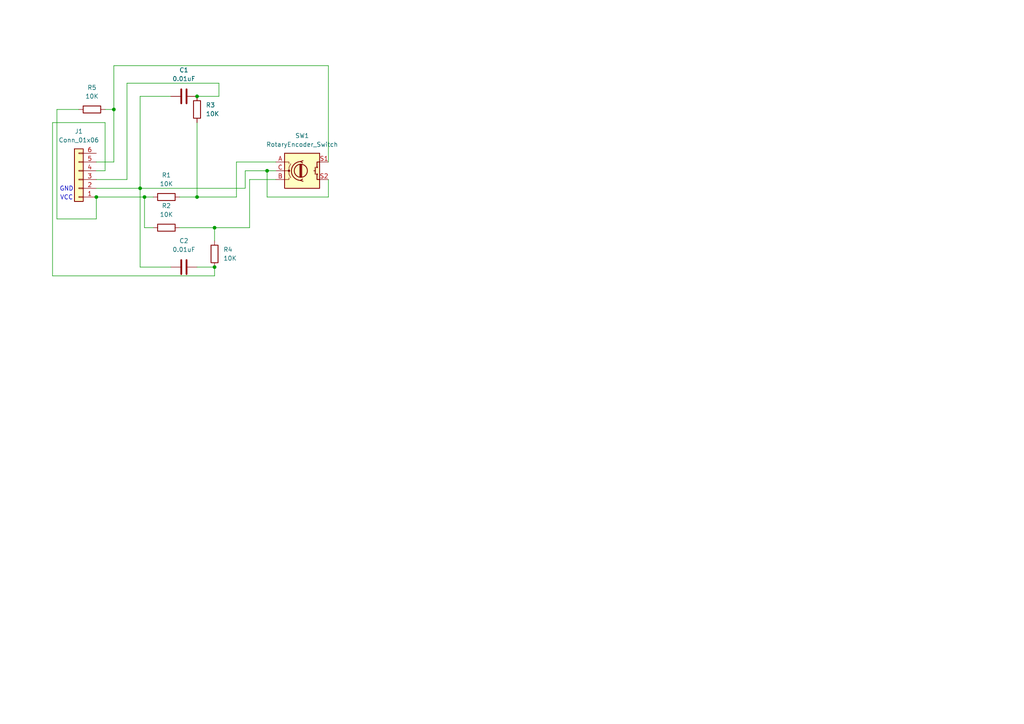
<source format=kicad_sch>
(kicad_sch (version 20250114) (generator "eeschema") (generator_version "9.0")
  (paper "A4")
  (lib_symbols
    (symbol "Connector_Generic:Conn_01x06" (pin_names (offset 1.016) (hide yes))
      (property "Reference" "J" (at 0 7.62 0))
      (property "Value" "Conn_01x06" (at 0 -10.16 0))
      (symbol "Conn_01x06_1_1"
        (rectangle (start -1.27 6.35) (end 1.27 -8.89) (stroke (width 0.254)) (fill (type background)))
        (rectangle (start -1.27 5.207) (end 0 4.953) (stroke (width 0.1524)))
        (rectangle (start -1.27 2.667) (end 0 2.413) (stroke (width 0.1524)))
        (rectangle (start -1.27 0.127) (end 0 -0.127) (stroke (width 0.1524)))
        (rectangle (start -1.27 -2.413) (end 0 -2.667) (stroke (width 0.1524)))
        (rectangle (start -1.27 -4.953) (end 0 -5.207) (stroke (width 0.1524)))
        (rectangle (start -1.27 -7.493) (end 0 -7.747) (stroke (width 0.1524)))
        (pin passive line (at -5.08 5.08 0) (length 3.81) (name "Pin_1") (number "1"))
        (pin passive line (at -5.08 2.54 0) (length 3.81) (name "Pin_2") (number "2"))
        (pin passive line (at -5.08 0 0) (length 3.81) (name "Pin_3") (number "3"))
        (pin passive line (at -5.08 -2.54 0) (length 3.81) (name "Pin_4") (number "4"))
        (pin passive line (at -5.08 -5.08 0) (length 3.81) (name "Pin_5") (number "5"))
        (pin passive line (at -5.08 -7.62 0) (length 3.81) (name "Pin_6") (number "6"))
      )
    )
    (symbol "Device:C" (pin_numbers (hide yes)) (pin_names (offset 0.254))
      (property "Reference" "C" (at 0.635 2.54 0))
      (property "Value" "C" (at 0.635 -2.54 0))
      (symbol "C_0_1"
        (polyline (pts (xy -2.032 0.762) (xy 2.032 0.762)) (stroke (width 0.508)))
        (polyline (pts (xy -2.032 -0.762) (xy 2.032 -0.762)) (stroke (width 0.508)))
      )
      (symbol "C_1_1"
        (pin passive line (at 0 3.81 270) (length 2.794) (name "~") (number "1"))
        (pin passive line (at 0 -3.81 90) (length 2.794) (name "~") (number "2"))
      )
    )
    (symbol "Device:R" (pin_numbers (hide yes)) (pin_names (offset 0))
      (property "Reference" "R" (at 2.032 0 90))
      (property "Value" "R" (at 0 0 90))
      (symbol "R_0_1"
        (rectangle (start -1.016 -2.54) (end 1.016 2.54) (stroke (width 0.254)))
      )
      (symbol "R_1_1"
        (pin passive line (at 0 3.81 270) (length 1.27) (name "~") (number "1"))
        (pin passive line (at 0 -3.81 90) (length 1.27) (name "~") (number "2"))
      )
    )
    (symbol "Device:RotaryEncoder_Switch" (pin_names (offset 0.254) (hide yes))
      (property "Reference" "SW" (at 0 6.604 0))
      (property "Value" "RotaryEncoder_Switch" (at 0 -6.604 0))
      (symbol "RotaryEncoder_Switch_0_1"
        (rectangle (start -5.08 5.08) (end 5.08 -5.08) (stroke (width 0.254)) (fill (type background)))
        (polyline (pts (xy -5.08 2.54) (xy -3.81 2.54) (xy -3.81 2.032)))
        (polyline (pts (xy -5.08 0) (xy -3.81 0) (xy -3.81 -1.016) (xy -3.302 -2.032)))
        (polyline (pts (xy -5.08 -2.54) (xy -3.81 -2.54) (xy -3.81 -2.032)))
        (polyline (pts (xy -4.318 0) (xy -3.81 0) (xy -3.81 1.016) (xy -3.302 2.032)))
        (circle (center -3.81 0) (radius 0.254) (fill (type outline)))
        (polyline (pts (xy -0.635 -1.778) (xy -0.635 1.778)) (stroke (width 0.254)))
        (circle (center -0.381 0) (radius 1.905) (stroke (width 0.254)))
        (polyline (pts (xy -0.381 -1.778) (xy -0.381 1.778)) (stroke (width 0.254)))
        (arc (start -0.381 -2.794) (mid -3.0988 -0.0635) (end -0.381 2.667) (stroke (width 0.254)))
        (polyline (pts (xy -0.127 1.778) (xy -0.127 -1.778)) (stroke (width 0.254)))
        (polyline (pts (xy 0.254 2.921) (xy -0.508 2.667) (xy 0.127 2.286)) (stroke (width 0.254)))
        (polyline (pts (xy 0.254 -3.048) (xy -0.508 -2.794) (xy 0.127 -2.413)) (stroke (width 0.254)))
        (polyline (pts (xy 3.81 1.016) (xy 3.81 -1.016)) (stroke (width 0.254)))
        (polyline (pts (xy 3.81 0) (xy 3.429 0)) (stroke (width 0.254)))
        (circle (center 4.318 1.016) (radius 0.127) (stroke (width 0.254)))
        (circle (center 4.318 -1.016) (radius 0.127) (stroke (width 0.254)))
        (polyline (pts (xy 5.08 2.54) (xy 4.318 2.54) (xy 4.318 1.016)) (stroke (width 0.254)))
        (polyline (pts (xy 5.08 -2.54) (xy 4.318 -2.54) (xy 4.318 -1.016)) (stroke (width 0.254)))
      )
      (symbol "RotaryEncoder_Switch_1_1"
        (pin passive line (at -7.62 2.54 0) (length 2.54) (name "A") (number "A"))
        (pin passive line (at -7.62 0 0) (length 2.54) (name "C") (number "C"))
        (pin passive line (at -7.62 -2.54 0) (length 2.54) (name "B") (number "B"))
        (pin passive line (at 7.62 2.54 180) (length 2.54) (name "S1") (number "S1"))
        (pin passive line (at 7.62 -2.54 180) (length 2.54) (name "S2") (number "S2"))
      )
    )
  )
  (text "VCC\n" (at 19.304 57.404 0) (effects (font (size 1.27 1.27))))
  (text "GND\n" (at 19.304 54.864 0) (effects (font (size 1.27 1.27))))
  (junction (at 33.02 31.75))
  (junction (at 57.15 57.15))
  (junction (at 57.15 27.94))
  (junction (at 62.23 66.04))
  (junction (at 41.91 57.15))
  (junction (at 40.64 54.61))
  (junction (at 27.94 57.15))
  (junction (at 62.23 77.47))
  (junction (at 77.47 49.53))
  (wire (pts (xy 15.24 35.56) (xy 30.48 35.56)))
  (wire (pts (xy 40.64 54.61) (xy 40.64 27.94)))
  (wire (pts (xy 15.24 35.56) (xy 15.24 80.01)))
  (wire (pts (xy 40.64 77.47) (xy 49.53 77.47)))
  (wire (pts (xy 52.07 57.15) (xy 57.15 57.15)))
  (wire (pts (xy 62.23 66.04) (xy 62.23 69.85)))
  (wire (pts (xy 27.94 63.5) (xy 27.94 57.15)))
  (wire (pts (xy 36.83 52.07) (xy 27.94 52.07)))
  (wire (pts (xy 71.12 54.61) (xy 40.64 54.61)))
  (wire (pts (xy 62.23 80.01) (xy 15.24 80.01)))
  (wire (pts (xy 33.02 46.99) (xy 27.94 46.99)))
  (wire (pts (xy 95.25 52.07) (xy 95.25 57.15)))
  (wire (pts (xy 62.23 66.04) (xy 52.07 66.04)))
  (wire (pts (xy 95.25 57.15) (xy 77.47 57.15)))
  (wire (pts (xy 80.01 52.07) (xy 72.39 52.07)))
  (wire (pts (xy 63.5 24.13) (xy 36.83 24.13)))
  (wire (pts (xy 27.94 54.61) (xy 40.64 54.61)))
  (wire (pts (xy 16.51 31.75) (xy 16.51 63.5)))
  (wire (pts (xy 77.47 49.53) (xy 71.12 49.53)))
  (wire (pts (xy 44.45 66.04) (xy 41.91 66.04)))
  (wire (pts (xy 57.15 35.56) (xy 57.15 57.15)))
  (wire (pts (xy 33.02 19.05) (xy 33.02 31.75)))
  (wire (pts (xy 41.91 57.15) (xy 44.45 57.15)))
  (wire (pts (xy 68.58 46.99) (xy 80.01 46.99)))
  (wire (pts (xy 95.25 46.99) (xy 95.25 19.05)))
  (wire (pts (xy 30.48 35.56) (xy 30.48 49.53)))
  (wire (pts (xy 41.91 66.04) (xy 41.91 57.15)))
  (wire (pts (xy 40.64 54.61) (xy 40.64 77.47)))
  (wire (pts (xy 95.25 19.05) (xy 33.02 19.05)))
  (wire (pts (xy 40.64 27.94) (xy 49.53 27.94)))
  (wire (pts (xy 27.94 57.15) (xy 41.91 57.15)))
  (wire (pts (xy 77.47 57.15) (xy 77.47 49.53)))
  (wire (pts (xy 68.58 57.15) (xy 68.58 46.99)))
  (wire (pts (xy 22.86 31.75) (xy 16.51 31.75)))
  (wire (pts (xy 80.01 49.53) (xy 77.47 49.53)))
  (wire (pts (xy 71.12 49.53) (xy 71.12 54.61)))
  (wire (pts (xy 33.02 31.75) (xy 33.02 46.99)))
  (wire (pts (xy 57.15 27.94) (xy 63.5 27.94)))
  (wire (pts (xy 36.83 24.13) (xy 36.83 52.07)))
  (wire (pts (xy 62.23 77.47) (xy 62.23 80.01)))
  (wire (pts (xy 57.15 57.15) (xy 68.58 57.15)))
  (wire (pts (xy 72.39 52.07) (xy 72.39 66.04)))
  (wire (pts (xy 63.5 27.94) (xy 63.5 24.13)))
  (wire (pts (xy 72.39 66.04) (xy 62.23 66.04)))
  (wire (pts (xy 30.48 31.75) (xy 33.02 31.75)))
  (wire (pts (xy 57.15 77.47) (xy 62.23 77.47)))
  (wire (pts (xy 16.51 63.5) (xy 27.94 63.5)))
  (wire (pts (xy 30.48 49.53) (xy 27.94 49.53)))
  (symbol (lib_id "Connector_Generic:Conn_01x06") (at 22.86 52.07 180) (unit 1)
    (property "Reference" "J1" (at 22.86 38.1 0))
    (property "Value" "Conn_01x06" (at 22.86 40.64 0))
    (property "Description" "Generic connector, single row, 01x06, script generated (kicad-library-utils/schlib/autogen/connector/)" (effects (hide yes)))
  )
  (symbol (lib_id "Device:R") (at 62.23 73.66 180) (unit 1)
    (property "Reference" "R4" (at 64.77 72.3899 0) (effects (justify right)))
    (property "Value" "10K" (at 64.77 74.9299 0) (effects (justify right)))
    (property "Description" "Resistor" (effects (hide yes)))
  )
  (symbol (lib_id "Device:C") (at 53.34 27.94 90) (unit 1)
    (property "Reference" "C1" (at 53.34 20.32 90))
    (property "Value" "0.01uF" (at 53.34 22.86 90))
    (property "Description" "Unpolarized capacitor" (effects (hide yes)))
  )
  (symbol (lib_id "Device:C") (at 53.34 77.47 90) (unit 1)
    (property "Reference" "C2" (at 53.34 69.85 90))
    (property "Value" "0.01uF" (at 53.34 72.39 90))
    (property "Description" "Unpolarized capacitor" (effects (hide yes)))
  )
  (symbol (lib_id "Device:R") (at 57.15 31.75 180) (unit 1)
    (property "Reference" "R3" (at 59.69 30.4799 0) (effects (justify right)))
    (property "Value" "10K" (at 59.69 33.0199 0) (effects (justify right)))
    (property "Description" "Resistor" (effects (hide yes)))
  )
  (symbol (lib_id "Device:R") (at 48.26 57.15 90) (unit 1)
    (property "Reference" "R1" (at 48.26 50.8 90))
    (property "Value" "10K" (at 48.26 53.34 90))
    (property "Description" "Resistor" (effects (hide yes)))
  )
  (symbol (lib_id "Device:R") (at 26.67 31.75 270) (unit 1)
    (property "Reference" "R5" (at 26.67 25.4 90))
    (property "Value" "10K" (at 26.67 27.94 90))
    (property "Description" "Resistor" (effects (hide yes)))
  )
  (symbol (lib_id "Device:RotaryEncoder_Switch") (at 87.63 49.53 0) (unit 1)
    (property "Reference" "SW1" (at 87.63 39.37 0))
    (property "Value" "RotaryEncoder_Switch" (at 87.63 41.91 0))
    (property "Description" "Rotary encoder, dual channel, incremental quadrate outputs, with switch" (effects (hide yes)))
  )
  (symbol (lib_id "Device:R") (at 48.26 66.04 90) (unit 1)
    (property "Reference" "R2" (at 48.26 59.69 90))
    (property "Value" "10K" (at 48.26 62.23 90))
    (property "Description" "Resistor" (effects (hide yes)))
  )
)
</source>
